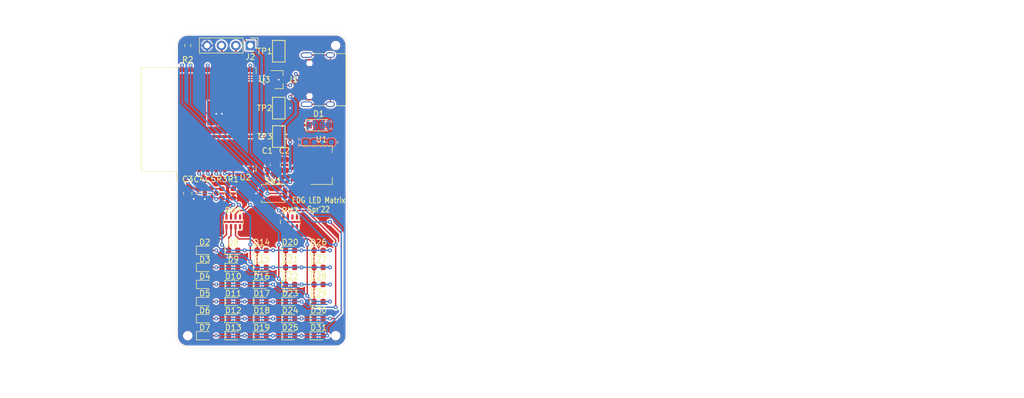
<source format=kicad_pcb>
(kicad_pcb (version 20171130) (host pcbnew "(5.1.12)-1")
  (layers (0 F.Cu signal) (31 B.Cu signal) (34 B.Paste user) (35 F.Paste user) (36 B.SilkS user) (37 F.SilkS user) (38 B.Mask user) (39 F.Mask user) (44 Edge.Cuts user))
  (net 0 "")
  (net 1 gnd)
  (net 2 v3v3)
  (net 3 vusb)
  (net 4 mcu.gpio.led_2)
  (net 5 mcu.gpio.sw1)
  (net 6 mcu.ic.uart0.rx)
  (net 7 mcu.gpio.led_3)
  (net 8 matrix_res1.b.1)
  (net 9 matrix_res1.a.0)
  (net 10 matrix_res1.a.2)
  (net 11 matrix_res1.a.1)
  (net 12 matrix_res2.a.1)
  (net 13 matrix_res2.a.0)
  (net 14 usb.usb.dp)
  (net 15 usb.shield)
  (net 16 mcu.gpio.led_4)
  (net 17 matrix.ios.5)
  (net 18 mcu.en_pull.output)
  (net 19 mcu.gpio.led_0)
  (net 20 mcu.io2_pull.io)
  (net 21 usb_esd.usb.dm)
  (net 22 mcu.uart0.uart.rx)
  (net 23 mcu.io8_pull.b)
  (net 24 matrix.ios.6)
  (module Capacitor_SMD:C_0603_1608Metric (layer F.Cu) (at 91 34 270)
    (fp_text reference C5 (at -2.5 0 180) (layer F.SilkS))
    (fp_text value C15849)
    (pad 1 smd roundrect (at -0.775 0 270) (size 0.9 0.95) (layers F.Cu F.Paste F.Mask) (net 18 mcu.en_pull.output))
    (pad 2 smd roundrect (at 0.775 0 270) (size 0.9 0.95) (layers F.Cu F.Paste F.Mask) (net 1 gnd))
  )
  (module Resistor_SMD:R_0603_1608Metric (layer F.Cu) (at 93 34 90)
    (fp_text reference R3 (at 2.5 0 180) (layer F.SilkS))
    (fp_text value C25804)
    (pad 1 smd roundrect (at -0.825 0 90) (size 0.8 0.95) (layers F.Cu F.Paste F.Mask) (net 2 v3v3))
    (pad 2 smd roundrect (at 0.825 0 90) (size 0.8 0.95) (layers F.Cu F.Paste F.Mask) (net 18 mcu.en_pull.output))
  )
  (module Resistor_SMD:R_0603_1608Metric (layer F.Cu) (at 87 8 270)
    (fp_text reference R2 (at 2.5 0 180) (layer F.SilkS))
    (fp_text value C25804)
    (pad 2 smd roundrect (at 0.825 0 270) (size 0.8 0.95) (layers F.Cu F.Paste F.Mask) (net 20 mcu.io2_pull.io))
    (pad 1 smd roundrect (at -0.825 0 270) (size 0.8 0.95) (layers F.Cu F.Paste F.Mask) (net 2 v3v3))
  )
  (module Resistor_SMD:R_0603_1608Metric (layer F.Cu) (at 95 34 90)
    (fp_text reference R1 (at 2.5 0 180) (layer F.SilkS))
    (fp_text value C25804)
    (pad 1 smd roundrect (at -0.825 0 90) (size 0.8 0.95) (layers F.Cu F.Paste F.Mask) (net 1 gnd))
    (pad 2 smd roundrect (at 0.825 0 90) (size 0.8 0.95) (layers F.Cu F.Paste F.Mask) (net 23 mcu.io8_pull.b))
  )
  (module Connector_PinHeader_2.54mm:PinHeader_1x04_P2.54mm_Vertical (layer F.Cu) (at 98 8 270)
    (fp_text reference J2 (at 2 0 180) (layer F.SilkS))
    (fp_text value "")
    (pad 1 thru_hole rect (at 0 0 270) (size 1.7 1.7) (drill 1) (layers *.Cu *.Mask) (net 2 v3v3))
    (pad 2 thru_hole oval (at 0 2.54 270) (size 1.7 1.7) (drill 1) (layers *.Cu *.Mask) (net 6 mcu.ic.uart0.rx))
    (pad 3 thru_hole oval (at 0 5.08 270) (size 1.7 1.7) (drill 1) (layers *.Cu *.Mask) (net 22 mcu.uart0.uart.rx))
    (pad 4 thru_hole oval (at 0 7.62 270) (size 1.7 1.7) (drill 1) (layers *.Cu *.Mask) (net 1 gnd))
  )
  (module Capacitor_SMD:C_0805_2012Metric (layer F.Cu) (at 87 34 270)
    (fp_text reference C3 (at -2.5 0 180) (layer F.SilkS))
    (fp_text value C15850)
    (pad 1 smd roundrect (at -0.95 0 270) (size 1 1.45) (layers F.Cu F.Paste F.Mask) (net 2 v3v3))
    (pad 2 smd roundrect (at 0.95 0 270) (size 1 1.45) (layers F.Cu F.Paste F.Mask) (net 1 gnd))
  )
  (module Capacitor_SMD:C_0603_1608Metric (layer F.Cu) (at 89 34 270)
    (fp_text reference C4 (at -2.5 0 180) (layer F.SilkS))
    (fp_text value C14663)
    (pad 2 smd roundrect (at 0.775 0 270) (size 0.9 0.95) (layers F.Cu F.Paste F.Mask) (net 1 gnd))
    (pad 1 smd roundrect (at -0.775 0 270) (size 0.9 0.95) (layers F.Cu F.Paste F.Mask) (net 2 v3v3))
  )
  (module Connector_USB:USB_C_Receptacle_XKB_U262-16XN-4BVC11 (layer F.Cu) (at 111 14 90)
    (fp_text reference J1 (at 0 -5.5 180) (layer F.SilkS))
    (fp_text value C165948)
    (pad S1 thru_hole oval (at -4.32 -3.105 90) (size 1 2.1) (drill oval 0.6 1.7) (layers *.Cu *.Mask) (net 15 usb.shield))
    (pad S1 thru_hole oval (at 4.32 -3.105 90) (size 1 2.1) (drill oval 0.6 1.7) (layers *.Cu *.Mask) (net 15 usb.shield))
    (pad S1 thru_hole oval (at -4.32 1.075 90) (size 1 1.6) (drill oval 0.6 1.2) (layers *.Cu *.Mask) (net 15 usb.shield))
    (pad S1 thru_hole oval (at 4.32 1.075 90) (size 1 1.6) (drill oval 0.6 1.2) (layers *.Cu *.Mask) (net 15 usb.shield))
    (pad "" np_thru_hole circle (at 2.89 -2.605 90) (size 0.65 0.65) (drill 0.65) (layers *.Cu *.Mask))
    (pad "" np_thru_hole circle (at -2.89 -2.605 90) (size 0.65 0.65) (drill 0.65) (layers *.Cu *.Mask))
    (pad B1 smd rect (at 3.05 -3.67 90) (size 0.3 1.15) (layers F.Cu F.Paste F.Mask) (net 1 gnd))
    (pad B4 smd rect (at 2.25 -3.67 90) (size 0.3 1.15) (layers F.Cu F.Paste F.Mask) (net 3 vusb))
    (pad B5 smd rect (at 1.75 -3.67 90) (size 0.3 1.15) (layers F.Cu F.Paste F.Mask))
    (pad A8 smd rect (at 1.25 -3.67 90) (size 0.3 1.15) (layers F.Cu F.Paste F.Mask))
    (pad B6 smd rect (at 0.75 -3.67 90) (size 0.3 1.15) (layers F.Cu F.Paste F.Mask) (net 14 usb.usb.dp))
    (pad A7 smd rect (at 0.25 -3.67 90) (size 0.3 1.15) (layers F.Cu F.Paste F.Mask) (net 21 usb_esd.usb.dm))
    (pad A6 smd rect (at -0.25 -3.67 90) (size 0.3 1.15) (layers F.Cu F.Paste F.Mask) (net 14 usb.usb.dp))
    (pad B7 smd rect (at -0.75 -3.67 90) (size 0.3 1.15) (layers F.Cu F.Paste F.Mask) (net 21 usb_esd.usb.dm))
    (pad A5 smd rect (at -1.25 -3.67 90) (size 0.3 1.15) (layers F.Cu F.Paste F.Mask))
    (pad B8 smd rect (at -1.75 -3.67 90) (size 0.3 1.15) (layers F.Cu F.Paste F.Mask))
    (pad A4 smd rect (at -2.55 -3.67 90) (size 0.3 1.15) (layers F.Cu F.Paste F.Mask) (net 3 vusb))
    (pad A1 smd rect (at -3.35 -3.67 90) (size 0.3 1.15) (layers F.Cu F.Paste F.Mask) (net 1 gnd))
    (pad B12 smd rect (at -3.05 -3.67 90) (size 0.3 1.15) (layers F.Cu F.Paste F.Mask) (net 1 gnd))
    (pad B9 smd rect (at -2.25 -3.67 90) (size 0.3 1.15) (layers F.Cu F.Paste F.Mask) (net 3 vusb))
    (pad A9 smd rect (at 2.55 -3.67 90) (size 0.3 1.15) (layers F.Cu F.Paste F.Mask) (net 3 vusb))
    (pad A12 smd rect (at 3.35 -3.67 90) (size 0.3 1.15) (layers F.Cu F.Paste F.Mask) (net 1 gnd))
  )
  (module RF_Module:ESP-WROOM-02 (layer F.Cu) (at 92 21 90)
    (fp_text reference U2 (at -10.17 5.13) (layer F.SilkS))
    (fp_text value C2934560)
    (pad 18 smd rect (at 8.7375 -6 90) (size 0.85 0.9125) (layers F.Cu F.Paste F.Mask) (net 5 mcu.gpio.sw1))
    (pad 17 smd rect (at 8.7375 -4.5 90) (size 0.85 0.9125) (layers F.Cu F.Paste F.Mask) (net 16 mcu.gpio.led_4))
    (pad 16 smd rect (at 8.7375 -3 90) (size 0.85 0.9125) (layers F.Cu F.Paste F.Mask) (net 20 mcu.io2_pull.io))
    (pad 15 smd rect (at 8.7375 -1.5 90) (size 0.85 0.9125) (layers F.Cu F.Paste F.Mask) (net 17 matrix.ios.5))
    (pad 14 smd rect (at 8.7375 0 90) (size 0.85 0.9125) (layers F.Cu F.Paste F.Mask) (net 14 usb.usb.dp))
    (pad 13 smd rect (at 8.7375 1.5 90) (size 0.85 0.9125) (layers F.Cu F.Paste F.Mask) (net 21 usb_esd.usb.dm))
    (pad 12 smd rect (at 8.7375 3 90) (size 0.85 0.9125) (layers F.Cu F.Paste F.Mask) (net 22 mcu.uart0.uart.rx))
    (pad 11 smd rect (at 8.7375 4.5 90) (size 0.85 0.9125) (layers F.Cu F.Paste F.Mask) (net 6 mcu.ic.uart0.rx))
    (pad 10 smd rect (at 8.7375 6 90) (size 0.85 0.9125) (layers F.Cu F.Paste F.Mask) (net 24 matrix.ios.6))
    (pad 9 smd rect (at -8.7375 6 90) (size 0.85 0.9125) (layers F.Cu F.Paste F.Mask) (net 1 gnd))
    (pad 8 smd rect (at -8.7375 4.5 90) (size 0.85 0.9125) (layers F.Cu F.Paste F.Mask))
    (pad 7 smd rect (at -8.7375 3 90) (size 0.85 0.9125) (layers F.Cu F.Paste F.Mask) (net 23 mcu.io8_pull.b))
    (pad 6 smd rect (at -8.7375 1.5 90) (size 0.85 0.9125) (layers F.Cu F.Paste F.Mask) (net 7 mcu.gpio.led_3))
    (pad 5 smd rect (at -8.7375 0 90) (size 0.85 0.9125) (layers F.Cu F.Paste F.Mask) (net 4 mcu.gpio.led_2))
    (pad 4 smd rect (at -8.7375 -1.5 90) (size 0.85 0.9125) (layers F.Cu F.Paste F.Mask) (net 8 matrix_res1.b.1))
    (pad 3 smd rect (at -8.7375 -3 90) (size 0.85 0.9125) (layers F.Cu F.Paste F.Mask) (net 19 mcu.gpio.led_0))
    (pad 2 smd rect (at -8.7375 -4.5 90) (size 0.85 0.9125) (layers F.Cu F.Paste F.Mask) (net 18 mcu.en_pull.output))
    (pad 1 smd rect (at -8.7375 -6 90) (size 0.85 0.9125) (layers F.Cu F.Paste F.Mask) (net 2 v3v3))
    (pad 19 smd rect (at 1.12 0.58 90) (size 4.3 4.3) (layers F.Cu F.Paste F.Mask) (net 1 gnd))
  )
  (module Diode_SMD:D_SOD-123 (layer F.Cu) (at 110 22)
    (fp_text reference D1 (at 0 -2) (layer F.SilkS))
    (fp_text value C499796)
    (pad 1 smd rect (at -1.65 0) (size 0.9 1.2) (layers F.Cu F.Paste F.Mask) (net 2 v3v3))
    (pad 2 smd rect (at 1.65 0) (size 0.9 1.2) (layers F.Cu F.Paste F.Mask) (net 1 gnd))
  )
  (module Package_TO_SOT_SMD:SOT-223-3_TabPin2 (layer F.Cu) (at 110.5 29)
    (fp_text reference U1 (at 0 -4.5) (layer F.SilkS))
    (fp_text value C86781)
    (pad 2 smd rect (at 3.15 0) (size 2 3.8) (layers F.Cu F.Paste F.Mask) (net 2 v3v3))
    (pad 2 smd rect (at -3.15 0) (size 2 1.5) (layers F.Cu F.Paste F.Mask) (net 2 v3v3))
    (pad 3 smd rect (at -3.15 2.3) (size 2 1.5) (layers F.Cu F.Paste F.Mask) (net 3 vusb))
    (pad 1 smd rect (at -3.15 -2.3) (size 2 1.5) (layers F.Cu F.Paste F.Mask) (net 1 gnd))
  )
  (module Capacitor_SMD:C_0603_1608Metric (layer F.Cu) (at 101 29 90)
    (fp_text reference C1 (at 2.5 0 180) (layer F.SilkS))
    (fp_text value C14663)
    (pad 1 smd roundrect (at -0.775 0 90) (size 0.9 0.95) (layers F.Cu F.Paste F.Mask) (net 3 vusb))
    (pad 2 smd roundrect (at 0.775 0 90) (size 0.9 0.95) (layers F.Cu F.Paste F.Mask) (net 1 gnd))
  )
  (module Capacitor_SMD:C_0805_2012Metric (layer F.Cu) (at 104 29 90)
    (fp_text reference C2 (at 2.5 0 180) (layer F.SilkS))
    (fp_text value C1779)
    (pad 1 smd roundrect (at -0.95 0 90) (size 1 1.45) (layers F.Cu F.Paste F.Mask) (net 2 v3v3))
    (pad 2 smd roundrect (at 0.95 0 90) (size 1 1.45) (layers F.Cu F.Paste F.Mask) (net 1 gnd))
  )
  (module TestPoint:TestPoint_Keystone_5015_Micro-Minature (layer F.Cu) (at 103 24 90)
    (fp_text reference TP3 (at 0 -2.5 180) (layer F.SilkS))
    (fp_text value C238130)
    (pad 1 smd rect (at 0 0 90) (size 3.4 1.8) (layers F.Cu F.Paste F.Mask) (net 2 v3v3))
  )
  (module LED_SMD:LED_0603_1608Metric (layer F.Cu) (at 90 44)
    (fp_text reference D2 (at 0 -1.43) (layer F.SilkS))
    (fp_text value C72038)
    (pad 1 smd roundrect (at -0.7875 0) (size 0.875 0.95) (layers F.Cu F.Paste F.Mask) (net 9 matrix_res1.a.0))
    (pad 2 smd roundrect (at 0.7875 0) (size 0.875 0.95) (layers F.Cu F.Paste F.Mask) (net 8 matrix_res1.b.1))
  )
  (module LED_SMD:LED_0603_1608Metric (layer F.Cu) (at 95 44)
    (fp_text reference D8 (at 0 -1.43) (layer F.SilkS))
    (fp_text value C72038)
    (pad 2 smd roundrect (at 0.7875 0) (size 0.875 0.95) (layers F.Cu F.Paste F.Mask) (net 19 mcu.gpio.led_0))
    (pad 1 smd roundrect (at -0.7875 0) (size 0.875 0.95) (layers F.Cu F.Paste F.Mask) (net 11 matrix_res1.a.1))
  )
  (module LED_SMD:LED_0603_1608Metric (layer F.Cu) (at 100 44)
    (fp_text reference D14 (at 0 -1.43) (layer F.SilkS))
    (fp_text value C72038)
    (pad 1 smd roundrect (at -0.7875 0) (size 0.875 0.95) (layers F.Cu F.Paste F.Mask) (net 10 matrix_res1.a.2))
    (pad 2 smd roundrect (at 0.7875 0) (size 0.875 0.95) (layers F.Cu F.Paste F.Mask) (net 19 mcu.gpio.led_0))
  )
  (module LED_SMD:LED_0603_1608Metric (layer F.Cu) (at 105 44)
    (fp_text reference D20 (at 0 -1.43) (layer F.SilkS))
    (fp_text value C72038)
    (pad 1 smd roundrect (at -0.7875 0) (size 0.875 0.95) (layers F.Cu F.Paste F.Mask) (net 13 matrix_res2.a.0))
    (pad 2 smd roundrect (at 0.7875 0) (size 0.875 0.95) (layers F.Cu F.Paste F.Mask) (net 19 mcu.gpio.led_0))
  )
  (module LED_SMD:LED_0603_1608Metric (layer F.Cu) (at 110 44)
    (fp_text reference D26 (at 0 -1.43) (layer F.SilkS))
    (fp_text value C72038)
    (pad 2 smd roundrect (at 0.7875 0) (size 0.875 0.95) (layers F.Cu F.Paste F.Mask) (net 19 mcu.gpio.led_0))
    (pad 1 smd roundrect (at -0.7875 0) (size 0.875 0.95) (layers F.Cu F.Paste F.Mask) (net 12 matrix_res2.a.1))
  )
  (module LED_SMD:LED_0603_1608Metric (layer F.Cu) (at 90 47)
    (fp_text reference D3 (at 0 -1.43) (layer F.SilkS))
    (fp_text value C72038)
    (pad 2 smd roundrect (at 0.7875 0) (size 0.875 0.95) (layers F.Cu F.Paste F.Mask) (net 4 mcu.gpio.led_2))
    (pad 1 smd roundrect (at -0.7875 0) (size 0.875 0.95) (layers F.Cu F.Paste F.Mask) (net 9 matrix_res1.a.0))
  )
  (module LED_SMD:LED_0603_1608Metric (layer F.Cu) (at 95 47)
    (fp_text reference D9 (at 0 -1.43) (layer F.SilkS))
    (fp_text value C72038)
    (pad 1 smd roundrect (at -0.7875 0) (size 0.875 0.95) (layers F.Cu F.Paste F.Mask) (net 11 matrix_res1.a.1))
    (pad 2 smd roundrect (at 0.7875 0) (size 0.875 0.95) (layers F.Cu F.Paste F.Mask) (net 4 mcu.gpio.led_2))
  )
  (module LED_SMD:LED_0603_1608Metric (layer F.Cu) (at 100 47)
    (fp_text reference D15 (at 0 -1.43) (layer F.SilkS))
    (fp_text value C72038)
    (pad 1 smd roundrect (at -0.7875 0) (size 0.875 0.95) (layers F.Cu F.Paste F.Mask) (net 10 matrix_res1.a.2))
    (pad 2 smd roundrect (at 0.7875 0) (size 0.875 0.95) (layers F.Cu F.Paste F.Mask) (net 8 matrix_res1.b.1))
  )
  (module LED_SMD:LED_0603_1608Metric (layer F.Cu) (at 105 47)
    (fp_text reference D21 (at 0 -1.43) (layer F.SilkS))
    (fp_text value C72038)
    (pad 2 smd roundrect (at 0.7875 0) (size 0.875 0.95) (layers F.Cu F.Paste F.Mask) (net 8 matrix_res1.b.1))
    (pad 1 smd roundrect (at -0.7875 0) (size 0.875 0.95) (layers F.Cu F.Paste F.Mask) (net 13 matrix_res2.a.0))
  )
  (module LED_SMD:LED_0603_1608Metric (layer F.Cu) (at 110 47)
    (fp_text reference D27 (at 0 -1.43) (layer F.SilkS))
    (fp_text value C72038)
    (pad 1 smd roundrect (at -0.7875 0) (size 0.875 0.95) (layers F.Cu F.Paste F.Mask) (net 12 matrix_res2.a.1))
    (pad 2 smd roundrect (at 0.7875 0) (size 0.875 0.95) (layers F.Cu F.Paste F.Mask) (net 8 matrix_res1.b.1))
  )
  (module LED_SMD:LED_0603_1608Metric (layer F.Cu) (at 90 50)
    (fp_text reference D4 (at 0 -1.43) (layer F.SilkS))
    (fp_text value C72038)
    (pad 1 smd roundrect (at -0.7875 0) (size 0.875 0.95) (layers F.Cu F.Paste F.Mask) (net 9 matrix_res1.a.0))
    (pad 2 smd roundrect (at 0.7875 0) (size 0.875 0.95) (layers F.Cu F.Paste F.Mask) (net 7 mcu.gpio.led_3))
  )
  (module LED_SMD:LED_0603_1608Metric (layer F.Cu) (at 95 50)
    (fp_text reference D10 (at 0 -1.43) (layer F.SilkS))
    (fp_text value C72038)
    (pad 2 smd roundrect (at 0.7875 0) (size 0.875 0.95) (layers F.Cu F.Paste F.Mask) (net 7 mcu.gpio.led_3))
    (pad 1 smd roundrect (at -0.7875 0) (size 0.875 0.95) (layers F.Cu F.Paste F.Mask) (net 11 matrix_res1.a.1))
  )
  (module LED_SMD:LED_0603_1608Metric (layer F.Cu) (at 100 50)
    (fp_text reference D16 (at 0 -1.43) (layer F.SilkS))
    (fp_text value C72038)
    (pad 2 smd roundrect (at 0.7875 0) (size 0.875 0.95) (layers F.Cu F.Paste F.Mask) (net 7 mcu.gpio.led_3))
    (pad 1 smd roundrect (at -0.7875 0) (size 0.875 0.95) (layers F.Cu F.Paste F.Mask) (net 10 matrix_res1.a.2))
  )
  (module LED_SMD:LED_0603_1608Metric (layer F.Cu) (at 105 50)
    (fp_text reference D22 (at 0 -1.43) (layer F.SilkS))
    (fp_text value C72038)
    (pad 2 smd roundrect (at 0.7875 0) (size 0.875 0.95) (layers F.Cu F.Paste F.Mask) (net 4 mcu.gpio.led_2))
    (pad 1 smd roundrect (at -0.7875 0) (size 0.875 0.95) (layers F.Cu F.Paste F.Mask) (net 13 matrix_res2.a.0))
  )
  (module LED_SMD:LED_0603_1608Metric (layer F.Cu) (at 110 50)
    (fp_text reference D28 (at 0 -1.43) (layer F.SilkS))
    (fp_text value C72038)
    (pad 2 smd roundrect (at 0.7875 0) (size 0.875 0.95) (layers F.Cu F.Paste F.Mask) (net 4 mcu.gpio.led_2))
    (pad 1 smd roundrect (at -0.7875 0) (size 0.875 0.95) (layers F.Cu F.Paste F.Mask) (net 12 matrix_res2.a.1))
  )
  (module LED_SMD:LED_0603_1608Metric (layer F.Cu) (at 90 53)
    (fp_text reference D5 (at 0 -1.43) (layer F.SilkS))
    (fp_text value C72038)
    (pad 2 smd roundrect (at 0.7875 0) (size 0.875 0.95) (layers F.Cu F.Paste F.Mask) (net 16 mcu.gpio.led_4))
    (pad 1 smd roundrect (at -0.7875 0) (size 0.875 0.95) (layers F.Cu F.Paste F.Mask) (net 9 matrix_res1.a.0))
  )
  (module LED_SMD:LED_0603_1608Metric (layer F.Cu) (at 95 53)
    (fp_text reference D11 (at 0 -1.43) (layer F.SilkS))
    (fp_text value C72038)
    (pad 1 smd roundrect (at -0.7875 0) (size 0.875 0.95) (layers F.Cu F.Paste F.Mask) (net 11 matrix_res1.a.1))
    (pad 2 smd roundrect (at 0.7875 0) (size 0.875 0.95) (layers F.Cu F.Paste F.Mask) (net 16 mcu.gpio.led_4))
  )
  (module LED_SMD:LED_0603_1608Metric (layer F.Cu) (at 100 53)
    (fp_text reference D17 (at 0 -1.43) (layer F.SilkS))
    (fp_text value C72038)
    (pad 2 smd roundrect (at 0.7875 0) (size 0.875 0.95) (layers F.Cu F.Paste F.Mask) (net 16 mcu.gpio.led_4))
    (pad 1 smd roundrect (at -0.7875 0) (size 0.875 0.95) (layers F.Cu F.Paste F.Mask) (net 10 matrix_res1.a.2))
  )
  (module LED_SMD:LED_0603_1608Metric (layer F.Cu) (at 105 53)
    (fp_text reference D23 (at 0 -1.43) (layer F.SilkS))
    (fp_text value C72038)
    (pad 1 smd roundrect (at -0.7875 0) (size 0.875 0.95) (layers F.Cu F.Paste F.Mask) (net 13 matrix_res2.a.0))
    (pad 2 smd roundrect (at 0.7875 0) (size 0.875 0.95) (layers F.Cu F.Paste F.Mask) (net 16 mcu.gpio.led_4))
  )
  (module LED_SMD:LED_0603_1608Metric (layer F.Cu) (at 110 53)
    (fp_text reference D29 (at 0 -1.43) (layer F.SilkS))
    (fp_text value C72038)
    (pad 1 smd roundrect (at -0.7875 0) (size 0.875 0.95) (layers F.Cu F.Paste F.Mask) (net 12 matrix_res2.a.1))
    (pad 2 smd roundrect (at 0.7875 0) (size 0.875 0.95) (layers F.Cu F.Paste F.Mask) (net 7 mcu.gpio.led_3))
  )
  (module edg:Symbol_Duckling (layer F.Cu) (at 89 39)
    (fp_text reference U4 hide)
    (fp_text value "" hide)
    (fp_line (start -0.51095 1.424715) (end -0.201673 1.39873) (layer F.Cu) (width 0.2))
    (fp_line (start -1.072198 1.25) (end -0.807277 1.374087) (layer F.Cu) (width 0.2))
    (fp_line (start -0.201673 1.39873) (end 0.101295 1.297751) (layer F.Cu) (width 0.2))
    (fp_line (start 0.101295 1.297751) (end 0.379085 1.128065) (layer F.Cu) (width 0.2))
    (fp_line (start -0.807277 1.374087) (end -0.51095 1.424715) (layer F.Cu) (width 0.2))
    (fp_line (start 0.379085 1.128065) (end 0.614398 0.900241) (layer F.Cu) (width 0.2))
    (fp_line (start 0.614398 0.900241) (end 0.792579 0.628467) (layer F.Cu) (width 0.2))
    (fp_line (start 0.937407 0.022451) (end 0.895035 -0.27405) (layer F.Cu) (width 0.2))
    (fp_line (start 0.895035 -0.27405) (end 0.778054 -0.54137) (layer F.Cu) (width 0.2))
    (fp_line (start 0.778054 -0.54137) (end 0.59375 -0.762861) (layer F.Cu) (width 0.2))
    (fp_line (start 0.792579 0.628467) (end 0.902531 0.329667) (layer F.Cu) (width 0.2))
    (fp_circle (center 0.3125 -1.25) (end 0.875 -1.25) (layer F.Cu) (width 0.2))
    (fp_line (start 0.902531 0.329667) (end 0.937407 0.022451) (layer F.Cu) (width 0.2))
    (fp_line (start -0.150743 1.768905) (end -0.2 1.39571) (layer F.Cu) (width 0.2))
    (fp_circle (center 0 0) (end 2.5 0) (layer F.Cu) (width 0.2))
    (fp_line (start 0.382558 1.56145) (end 0.273702 1.202597) (layer F.Cu) (width 0.2))
    (fp_line (start -0.2 1.39571) (end -0.212004 1.146914) (layer F.Cu) (width 0.2))
    (fp_arc (start 0.255376 2.580879) (end 0.286757 1.643905) (angle -31.9) (layer F.Cu) (width 0.16))
    (fp_arc (start 0.255376 0.95693) (end -0.213243 1.768905) (angle -31.9) (layer F.Cu) (width 0.16))
    (fp_arc (start -1.045869 -1.397143) (end -0.303506 -0.391461) (angle -23.07391807) (layer F.Cu) (width 0.2))
    (fp_arc (start 0.820058 1.49895) (end 0.820058 1.43645) (angle -180) (layer F.Cu) (width 0.16))
    (fp_arc (start 0.820058 1.62395) (end 0.820058 1.56145) (angle -180) (layer F.Cu) (width 0.16))
    (fp_arc (start 0.438855 0.614222) (end -0.303506 -0.391461) (angle -50.50954913) (layer F.Cu) (width 0.2))
    (fp_arc (start -2.057586 0.480902) (end -1.072198 1.25) (angle -34.91520625) (layer F.Cu) (width 0.2))
    (fp_arc (start 1.417814 -1.468658) (end 0.869178 -1.169286) (angle -38.9) (layer F.Cu) (width 0.16))
    (fp_arc (start 0.666915 0.805586) (end -0.013396 -0.243068) (angle -64) (layer F.Cu) (width 0.16))
    (fp_arc (start 0.5 -1.375) (end 0.62074 -1.407352) (angle -150) (layer F.Cu) (width 0.16))
    (fp_arc (start 0.286757 1.831405) (end 0.286757 1.768905) (angle -180) (layer F.Cu) (width 0.16))
    (fp_arc (start 1.002382 -1.490866) (end 0.763205 -0.913443) (angle -38.9) (layer F.Cu) (width 0.16))
    (fp_arc (start 0.286757 1.706405) (end 0.286757 1.643905) (angle -180) (layer F.Cu) (width 0.16))
    (fp_arc (start -0.639602 -0.290712) (end -0.573812 0.957555) (angle -73.5) (layer F.Cu) (width 0.16))
    (fp_arc (start 0.788677 0.749475) (end 0.320058 1.56145) (angle -31.9) (layer F.Cu) (width 0.16))
    (fp_arc (start 0 0) (end 1.093749 1.89443) (angle -300) (layer F.Cu) (width 0.2))
    (fp_arc (start 0.788677 2.373424) (end 0.820058 1.43645) (angle -31.9) (layer F.Cu) (width 0.16))
  )
  (module edg:Indicator_IdDots_4 (layer B.Cu) (at 110 25)
    (fp_text reference 2 hide)
    (fp_text value "")
    (fp_circle (center -2.25 0) (end -2 0) (layer B.Cu) (width 0.5))
    (fp_circle (center -0.75 0) (end -0.5 0) (layer B.Cu) (width 0.5))
    (fp_circle (center 0.75 0) (end 1 0) (layer B.Cu) (width 0.5))
    (fp_circle (center 2.25 0) (end 2.5 0) (layer B.Cu) (width 0.5))
  )
  (module edg:JlcToolingHole_1.152mm (layer F.Cu) (at 113 8)
    (fp_text reference H1 hide)
    (fp_text value "")
    (pad "" np_thru_hole circle (at 0 0) (size 1.152 1.152) (drill 1.152) (layers *.Cu *.Mask))
  )
  (module edg:JlcToolingHole_1.152mm (layer F.Cu) (at 87 59)
    (fp_text reference H2 hide)
    (fp_text value "")
    (pad "" np_thru_hole circle (at 0 0) (size 1.152 1.152) (drill 1.152) (layers *.Cu *.Mask))
  )
  (module edg:JlcToolingHole_1.152mm (layer F.Cu) (at 113 59)
    (fp_text reference H3 hide)
    (fp_text value "")
    (pad "" np_thru_hole circle (at 0 0) (size 1.152 1.152) (drill 1.152) (layers *.Cu *.Mask))
  )
  (module edg:Indicator_LeadFree (layer B.Cu) (at 110 22)
    (fp_text reference 1 hide)
    (fp_text value "" hide)
    (fp_line (start 0.6 -0.7) (end 1.9 0.7) (layer B.Cu) (width 0.2))
    (fp_circle (center -1.25 0) (end -0.25 0) (layer B.Cu) (width 0.2))
    (fp_circle (center 1.25 0) (end 2.25 0) (layer B.Cu) (width 0.2))
    (fp_line (start -2.05 0.55) (end -1.8 0.55) (layer B.Cu) (width 0.2))
    (fp_line (start -0.8 -0.45) (end -0.4 -0.45) (layer B.Cu) (width 0.2))
    (fp_text user Pb (at 1.25 0) (layer B.Cu) (effects (font (size 1 0.8) (thickness 0.2)) (justify mirror)))
    (fp_text user Pb (at -1.25 0) (layer B.Cu) (effects (font (size 1 0.8) (thickness 0.2)) (justify mirror)))
  )
  (module TestPoint:TestPoint_Keystone_5015_Micro-Minature (layer F.Cu) (at 103 19 90)
    (fp_text reference TP2 (at 0 -2.5 180) (layer F.SilkS))
    (fp_text value C238130)
    (pad 1 smd rect (at 0 0 90) (size 3.4 1.8) (layers F.Cu F.Paste F.Mask) (net 1 gnd))
  )
  (module TestPoint:TestPoint_Keystone_5015_Micro-Minature (layer F.Cu) (at 103 9 90)
    (fp_text reference TP1 (at 0 -2.5 180) (layer F.SilkS))
    (fp_text value C238130)
    (pad 1 smd rect (at 0 0 90) (size 3.4 1.8) (layers F.Cu F.Paste F.Mask) (net 3 vusb))
  )
  (module Button_Switch_SMD:SW_Push_SPST_NO_Alps_SKRK (layer F.Cu) (at 102 34)
    (fp_text reference SW1 (at 0 -2.25) (layer F.SilkS))
    (fp_text value "")
    (pad 2 smd roundrect (at 2.1 0) (size 0.8 2) (layers F.Cu F.Paste F.Mask) (net 5 mcu.gpio.sw1))
    (pad 1 smd roundrect (at -2.1 0) (size 0.8 2) (layers F.Cu F.Paste F.Mask) (net 1 gnd))
  )
  (module Package_TO_SOT_SMD:SOT-23 (layer F.Cu) (at 103 14)
    (fp_text reference U3 (at -2.5 0) (layer F.SilkS))
    (fp_text value C87911)
    (pad 1 smd rect (at -1 -0.95) (size 0.9 0.8) (layers F.Cu F.Paste F.Mask) (net 21 usb_esd.usb.dm))
    (pad 2 smd rect (at -1 0.95) (size 0.9 0.8) (layers F.Cu F.Paste F.Mask) (net 14 usb.usb.dp))
    (pad 3 smd rect (at 1 0) (size 0.9 0.8) (layers F.Cu F.Paste F.Mask) (net 1 gnd))
  )
  (module LED_SMD:LED_0603_1608Metric (layer F.Cu) (at 90 56)
    (fp_text reference D6 (at 0 -1.43) (layer F.SilkS))
    (fp_text value C72038)
    (pad 2 smd roundrect (at 0.7875 0) (size 0.875 0.95) (layers F.Cu F.Paste F.Mask) (net 17 matrix.ios.5))
    (pad 1 smd roundrect (at -0.7875 0) (size 0.875 0.95) (layers F.Cu F.Paste F.Mask) (net 9 matrix_res1.a.0))
  )
  (module LED_SMD:LED_0603_1608Metric (layer F.Cu) (at 95 56)
    (fp_text reference D12 (at 0 -1.43) (layer F.SilkS))
    (fp_text value C72038)
    (pad 1 smd roundrect (at -0.7875 0) (size 0.875 0.95) (layers F.Cu F.Paste F.Mask) (net 11 matrix_res1.a.1))
    (pad 2 smd roundrect (at 0.7875 0) (size 0.875 0.95) (layers F.Cu F.Paste F.Mask) (net 17 matrix.ios.5))
  )
  (module LED_SMD:LED_0603_1608Metric (layer F.Cu) (at 100 56)
    (fp_text reference D18 (at 0 -1.43) (layer F.SilkS))
    (fp_text value C72038)
    (pad 2 smd roundrect (at 0.7875 0) (size 0.875 0.95) (layers F.Cu F.Paste F.Mask) (net 17 matrix.ios.5))
    (pad 1 smd roundrect (at -0.7875 0) (size 0.875 0.95) (layers F.Cu F.Paste F.Mask) (net 10 matrix_res1.a.2))
  )
  (module LED_SMD:LED_0603_1608Metric (layer F.Cu) (at 105 56)
    (fp_text reference D24 (at 0 -1.43) (layer F.SilkS))
    (fp_text value C72038)
    (pad 1 smd roundrect (at -0.7875 0) (size 0.875 0.95) (layers F.Cu F.Paste F.Mask) (net 13 matrix_res2.a.0))
    (pad 2 smd roundrect (at 0.7875 0) (size 0.875 0.95) (layers F.Cu F.Paste F.Mask) (net 17 matrix.ios.5))
  )
  (module LED_SMD:LED_0603_1608Metric (layer F.Cu) (at 110 56)
    (fp_text reference D30 (at 0 -1.43) (layer F.SilkS))
    (fp_text value C72038)
    (pad 1 smd roundrect (at -0.7875 0) (size 0.875 0.95) (layers F.Cu F.Paste F.Mask) (net 12 matrix_res2.a.1))
    (pad 2 smd roundrect (at 0.7875 0) (size 0.875 0.95) (layers F.Cu F.Paste F.Mask) (net 17 matrix.ios.5))
  )
  (module LED_SMD:LED_0603_1608Metric (layer F.Cu) (at 90 59)
    (fp_text reference D7 (at 0 -1.43) (layer F.SilkS))
    (fp_text value C72038)
    (pad 1 smd roundrect (at -0.7875 0) (size 0.875 0.95) (layers F.Cu F.Paste F.Mask) (net 9 matrix_res1.a.0))
    (pad 2 smd roundrect (at 0.7875 0) (size 0.875 0.95) (layers F.Cu F.Paste F.Mask) (net 24 matrix.ios.6))
  )
  (module LED_SMD:LED_0603_1608Metric (layer F.Cu) (at 95 59)
    (fp_text reference D13 (at 0 -1.43) (layer F.SilkS))
    (fp_text value C72038)
    (pad 2 smd roundrect (at 0.7875 0) (size 0.875 0.95) (layers F.Cu F.Paste F.Mask) (net 24 matrix.ios.6))
    (pad 1 smd roundrect (at -0.7875 0) (size 0.875 0.95) (layers F.Cu F.Paste F.Mask) (net 11 matrix_res1.a.1))
  )
  (module LED_SMD:LED_0603_1608Metric (layer F.Cu) (at 100 59)
    (fp_text reference D19 (at 0 -1.43) (layer F.SilkS))
    (fp_text value C72038)
    (pad 1 smd roundrect (at -0.7875 0) (size 0.875 0.95) (layers F.Cu F.Paste F.Mask) (net 10 matrix_res1.a.2))
    (pad 2 smd roundrect (at 0.7875 0) (size 0.875 0.95) (layers F.Cu F.Paste F.Mask) (net 24 matrix.ios.6))
  )
  (module LED_SMD:LED_0603_1608Metric (layer F.Cu) (at 105 59)
    (fp_text reference D25 (at 0 -1.43) (layer F.SilkS))
    (fp_text value C72038)
    (pad 2 smd roundrect (at 0.7875 0) (size 0.875 0.95) (layers F.Cu F.Paste F.Mask) (net 24 matrix.ios.6))
    (pad 1 smd roundrect (at -0.7875 0) (size 0.875 0.95) (layers F.Cu F.Paste F.Mask) (net 13 matrix_res2.a.0))
  )
  (module LED_SMD:LED_0603_1608Metric (layer F.Cu) (at 110 59)
    (fp_text reference D31 (at 0 -1.43) (layer F.SilkS))
    (fp_text value C72038)
    (pad 2 smd roundrect (at 0.7875 0) (size 0.875 0.95) (layers F.Cu F.Paste F.Mask) (net 24 matrix.ios.6))
    (pad 1 smd roundrect (at -0.7875 0) (size 0.875 0.95) (layers F.Cu F.Paste F.Mask) (net 12 matrix_res2.a.1))
  )
  (module Resistor_SMD:R_Array_Concave_4x0603 (layer F.Cu) (at 95 39 90)
    (fp_text reference RN1 (at 2 0 180) (layer F.SilkS))
    (fp_text value C425057)
    (pad 5 smd rect (at 0.85 1.2 90) (size 0.9 0.4) (layers F.Cu F.Paste F.Mask))
    (pad 6 smd rect (at 0.85 0.4 90) (size 0.9 0.4) (layers F.Cu F.Paste F.Mask) (net 4 mcu.gpio.led_2))
    (pad 7 smd rect (at 0.85 -0.4 90) (size 0.9 0.4) (layers F.Cu F.Paste F.Mask) (net 8 matrix_res1.b.1))
    (pad 8 smd rect (at 0.85 -1.2 90) (size 0.9 0.4) (layers F.Cu F.Paste F.Mask) (net 19 mcu.gpio.led_0))
    (pad 4 smd rect (at -0.85 1.2 90) (size 0.9 0.4) (layers F.Cu F.Paste F.Mask))
    (pad 1 smd rect (at -0.85 -1.2 90) (size 0.9 0.4) (layers F.Cu F.Paste F.Mask) (net 9 matrix_res1.a.0))
    (pad 3 smd rect (at -0.85 0.4 90) (size 0.9 0.4) (layers F.Cu F.Paste F.Mask) (net 10 matrix_res1.a.2))
    (pad 2 smd rect (at -0.85 -0.4 90) (size 0.9 0.4) (layers F.Cu F.Paste F.Mask) (net 11 matrix_res1.a.1))
  )
  (module Resistor_SMD:R_Array_Concave_4x0603 (layer F.Cu) (at 105 39 90)
    (fp_text reference RN2 (at 2 0 180) (layer F.SilkS))
    (fp_text value C425057)
    (pad 2 smd rect (at -0.85 -0.4 90) (size 0.9 0.4) (layers F.Cu F.Paste F.Mask) (net 12 matrix_res2.a.1))
    (pad 3 smd rect (at -0.85 0.4 90) (size 0.9 0.4) (layers F.Cu F.Paste F.Mask))
    (pad 1 smd rect (at -0.85 -1.2 90) (size 0.9 0.4) (layers F.Cu F.Paste F.Mask) (net 13 matrix_res2.a.0))
    (pad 4 smd rect (at -0.85 1.2 90) (size 0.9 0.4) (layers F.Cu F.Paste F.Mask))
    (pad 8 smd rect (at 0.85 -1.2 90) (size 0.9 0.4) (layers F.Cu F.Paste F.Mask) (net 7 mcu.gpio.led_3))
    (pad 7 smd rect (at 0.85 -0.4 90) (size 0.9 0.4) (layers F.Cu F.Paste F.Mask) (net 16 mcu.gpio.led_4))
    (pad 6 smd rect (at 0.85 0.4 90) (size 0.9 0.4) (layers F.Cu F.Paste F.Mask))
    (pad 5 smd rect (at 0.85 1.2 90) (size 0.9 0.4) (layers F.Cu F.Paste F.Mask))
  )
  (gr_text "EDG LED Matrix\nSpr'22" (at 110 36) (layer F.SilkS) (effects (font (size 1 0.8))))
  (gr_arc (start 87 59) (end 85 59) (angle -90) (layer Edge.Cuts) (width 0.05))
  (gr_arc (start 87 8) (end 87 6) (angle -90) (layer Edge.Cuts) (width 0.05))
  (gr_arc (start 113 8) (end 115 8) (angle -90) (layer Edge.Cuts) (width 0.05))
  (gr_arc (start 113 59) (end 113 61) (angle -90) (layer Edge.Cuts) (width 0.05))
  (gr_line (start 113 61) (end 87 61) (layer Edge.Cuts) (width 0.05))
  (gr_line (start 87 6) (end 113 6) (layer Edge.Cuts) (width 0.05))
  (gr_line (start 115 59) (end 115 8) (layer Edge.Cuts) (width 0.05))
  (gr_line (start 85 8) (end 85 59) (layer Edge.Cuts) (width 0.05))
  (segment (start 89 34.775) (end 88.225 34.775) (width 0.5) (layer F.Cu) (net 1))
  (segment (start 88.225 34.775) (end 88.05 34.95) (width 0.5) (layer F.Cu) (net 1))
  (via (at 99 34) (size 0.7) (drill 0.3) (layers F.Cu B.Cu) (net 1))
  (segment (start 99.9 34) (end 99 34) (width 0.25) (layer F.Cu) (net 1))
  (via (at 98 31) (size 0.7) (drill 0.3) (layers F.Cu B.Cu) (net 1))
  (segment (start 98 29.7375) (end 98 31) (width 0.25) (layer F.Cu) (net 1))
  (segment (start 107.6178 10.65) (end 107.767801 10.499999) (width 0.25) (layer F.Cu) (net 1))
  (segment (start 107.767801 10.499999) (end 109.499999 10.499999) (width 0.25) (layer F.Cu) (net 1))
  (segment (start 107.33 10.65) (end 107.6178 10.65) (width 0.25) (layer F.Cu) (net 1))
  (segment (start 109.499999 10.499999) (end 110 11) (width 0.25) (layer F.Cu) (net 1))
  (segment (start 107.80279 17.53499) (end 109.46501 17.53499) (width 0.25) (layer F.Cu) (net 1))
  (segment (start 107.6178 17.35) (end 107.80279 17.53499) (width 0.25) (layer F.Cu) (net 1))
  (segment (start 107.33 17.35) (end 107.6178 17.35) (width 0.25) (layer F.Cu) (net 1))
  (segment (start 110 17) (end 110 11) (width 0.25) (layer F.Cu) (net 1))
  (segment (start 109.46501 17.53499) (end 110 17) (width 0.25) (layer F.Cu) (net 1))
  (via (at 92 20) (size 0.7) (drill 0.3) (layers F.Cu B.Cu) (net 1))
  (segment (start 92.12 19.88) (end 92 20) (width 0.25) (layer F.Cu) (net 1))
  (segment (start 92.58 19.88) (end 92.12 19.88) (width 0.25) (layer F.Cu) (net 1))
  (via (at 93 20) (size 0.7) (drill 0.3) (layers F.Cu B.Cu) (net 1))
  (segment (start 92.88 19.88) (end 93 20) (width 0.25) (layer F.Cu) (net 1))
  (segment (start 92.58 19.88) (end 92.88 19.88) (width 0.25) (layer F.Cu) (net 1))
  (segment (start 107.33 17.05) (end 107.33 17.35) (width 0.2) (layer F.Cu) (net 1))
  (segment (start 107.33 10.95) (end 107.33 10.65) (width 0.2) (layer F.Cu) (net 1))
  (via (at 103 14) (size 0.7) (drill 0.3) (layers F.Cu B.Cu) (net 1))
  (segment (start 104 14) (end 103 14) (width 0.5) (layer F.Cu) (net 1))
  (segment (start 114 22) (end 111.65 22) (width 0.5) (layer F.Cu) (net 1))
  (segment (start 114 24) (end 114 22) (width 0.5) (layer F.Cu) (net 1))
  (segment (start 111.3 26.7) (end 114 24) (width 0.5) (layer F.Cu) (net 1))
  (segment (start 107.35 26.7) (end 111.3 26.7) (width 0.5) (layer F.Cu) (net 1))
  (segment (start 114 22) (end 114 21) (width 0.5) (layer F.Cu) (net 1))
  (segment (start 114 21) (end 113 20) (width 0.5) (layer F.Cu) (net 1))
  (segment (start 113 20) (end 106 20) (width 0.5) (layer F.Cu) (net 1))
  (segment (start 105 19) (end 103 19) (width 0.5) (layer F.Cu) (net 1))
  (segment (start 106 20) (end 105 19) (width 0.5) (layer F.Cu) (net 1))
  (via (at 105 19) (size 0.7) (drill 0.3) (layers F.Cu B.Cu) (net 1))
  (segment (start 103 17) (end 103 14) (width 0.5) (layer B.Cu) (net 1))
  (segment (start 105 19) (end 103 17) (width 0.5) (layer B.Cu) (net 1))
  (segment (start 104 28.05) (end 104.95 28.05) (width 0.5) (layer F.Cu) (net 1))
  (segment (start 106.3 26.7) (end 107.35 26.7) (width 0.5) (layer F.Cu) (net 1))
  (segment (start 104.95 28.05) (end 106.3 26.7) (width 0.5) (layer F.Cu) (net 1))
  (segment (start 102.55 28.05) (end 104 28.05) (width 0.5) (layer F.Cu) (net 1))
  (segment (start 102.375 28.225) (end 102.55 28.05) (width 0.5) (layer F.Cu) (net 1))
  (segment (start 101 28.225) (end 102.375 28.225) (width 0.5) (layer F.Cu) (net 1))
  (segment (start 106.65 17.35) (end 105 19) (width 0.25) (layer F.Cu) (net 1))
  (segment (start 107.33 17.35) (end 106.65 17.35) (width 0.25) (layer F.Cu) (net 1))
  (via (at 90 35) (size 0.7) (drill 0.3) (layers F.Cu B.Cu) (net 1))
  (segment (start 91 34.775) (end 90.775 35) (width 0.25) (layer F.Cu) (net 1))
  (segment (start 90 35) (end 90.225 34.775) (width 0.25) (layer F.Cu) (net 1))
  (segment (start 90.225 34.775) (end 91 34.775) (width 0.25) (layer F.Cu) (net 1))
  (segment (start 89 34.775) (end 90.225 34.775) (width 0.25) (layer F.Cu) (net 1))
  (via (at 88.05 34.95) (size 0.7) (drill 0.3) (layers F.Cu B.Cu) (net 1))
  (segment (start 88.05 34.95) (end 87 34.95) (width 0.5) (layer F.Cu) (net 1))
  (segment (start 88.05 34.95) (end 88.05 35.55) (width 0.25) (layer F.Cu) (net 1))
  (segment (start 88.05 35.55) (end 88.5 36) (width 0.25) (layer F.Cu) (net 1))
  (segment (start 95 34.825) (end 94.175 34.825) (width 0.25) (layer F.Cu) (net 1))
  (segment (start 94.175 34.825) (end 94 35) (width 0.25) (layer F.Cu) (net 1))
  (segment (start 94 35.5) (end 93.5 36) (width 0.25) (layer F.Cu) (net 1))
  (segment (start 94 35) (end 94 35.5) (width 0.25) (layer F.Cu) (net 1))
  (segment (start 88.5 36) (end 93.5 36) (width 0.25) (layer F.Cu) (net 1))
  (segment (start 87 32) (end 87 33.05) (width 0.5) (layer F.Cu) (net 2))
  (segment (start 86 31) (end 87 32) (width 0.5) (layer F.Cu) (net 2))
  (segment (start 89 33.225) (end 88.225 33.225) (width 0.5) (layer F.Cu) (net 2))
  (segment (start 88.05 33.05) (end 87 33.05) (width 0.5) (layer F.Cu) (net 2))
  (segment (start 88.225 33.225) (end 88.05 33.05) (width 0.5) (layer F.Cu) (net 2))
  (segment (start 114.15 29) (end 107.85 29) (width 0.5) (layer F.Cu) (net 2))
  (segment (start 87 7.175) (end 88.325 7.175) (width 0.2) (layer F.Cu) (net 2))
  (segment (start 88.325 7.175) (end 89 6.5) (width 0.2) (layer F.Cu) (net 2))
  (segment (start 96.5 6.5) (end 98 8) (width 0.2) (layer F.Cu) (net 2))
  (segment (start 89 6.5) (end 96.5 6.5) (width 0.2) (layer F.Cu) (net 2))
  (segment (start 103 24) (end 105 24) (width 0.5) (layer F.Cu) (net 2))
  (segment (start 107 22) (end 108.35 22) (width 0.5) (layer F.Cu) (net 2))
  (segment (start 105 24) (end 107 22) (width 0.5) (layer F.Cu) (net 2))
  (segment (start 107.35 29) (end 106 29) (width 0.5) (layer F.Cu) (net 2))
  (segment (start 105.05 29.95) (end 104 29.95) (width 0.5) (layer F.Cu) (net 2))
  (segment (start 106 29) (end 105.05 29.95) (width 0.5) (layer F.Cu) (net 2))
  (segment (start 103 24) (end 91 24) (width 0.5) (layer F.Cu) (net 2))
  (segment (start 86 29) (end 86 30) (width 0.5) (layer F.Cu) (net 2))
  (segment (start 91 24) (end 86 29) (width 0.5) (layer F.Cu) (net 2))
  (segment (start 86 30) (end 86 31) (width 0.5) (layer F.Cu) (net 2))
  (segment (start 86 29.7375) (end 86 30) (width 0.5) (layer F.Cu) (net 2))
  (segment (start 105 25) (end 105 29) (width 0.5) (layer B.Cu) (net 2))
  (segment (start 105 29) (end 105 30) (width 0.5) (layer B.Cu) (net 2))
  (via (at 105 30) (size 0.7) (drill 0.3) (layers F.Cu B.Cu) (net 2))
  (segment (start 105 24) (end 105 25) (width 0.5) (layer F.Cu) (net 2))
  (via (at 105 25) (size 0.7) (drill 0.3) (layers F.Cu B.Cu) (net 2))
  (segment (start 98 8) (end 100 10) (width 0.5) (layer B.Cu) (net 2))
  (segment (start 100 10) (end 100 24) (width 0.5) (layer B.Cu) (net 2))
  (via (at 100 24) (size 0.7) (drill 0.3) (layers F.Cu B.Cu) (net 2))
  (segment (start 93 34.825) (end 92.825 35) (width 0.25) (layer F.Cu) (net 2))
  (via (at 92 35) (size 0.7) (drill 0.3) (layers F.Cu B.Cu) (net 2))
  (segment (start 87 32) (end 89 34) (width 0.25) (layer B.Cu) (net 2))
  (segment (start 89 34) (end 91 34) (width 0.25) (layer B.Cu) (net 2))
  (segment (start 91 34) (end 92 35) (width 0.25) (layer B.Cu) (net 2))
  (via (at 87 32) (size 0.7) (drill 0.3) (layers F.Cu B.Cu) (net 2))
  (segment (start 92.175 34.825) (end 92 35) (width 0.25) (layer F.Cu) (net 2))
  (segment (start 93 34.825) (end 92.175 34.825) (width 0.25) (layer F.Cu) (net 2))
  (segment (start 95 33.175) (end 95 29.7375) (width 0.25) (layer F.Cu) (net 23))
  (segment (start 109.25 11.75) (end 107.33 11.75) (width 0.25) (layer F.Cu) (net 3))
  (segment (start 109.5 16) (end 109.5 12) (width 0.25) (layer F.Cu) (net 3))
  (segment (start 109.25 16.25) (end 109.5 16) (width 0.25) (layer F.Cu) (net 3))
  (segment (start 109.5 12) (end 109.25 11.75) (width 0.25) (layer F.Cu) (net 3))
  (segment (start 107.33 16.25) (end 109.25 16.25) (width 0.25) (layer F.Cu) (net 3))
  (segment (start 107.33 16.55) (end 107.33 16.25) (width 0.2) (layer F.Cu) (net 3))
  (segment (start 107.33 11.75) (end 107.33 11.45) (width 0.2) (layer F.Cu) (net 3))
  (segment (start 101 29.775) (end 101 30.5) (width 0.5) (layer F.Cu) (net 3))
  (segment (start 107.35 31.3) (end 105.7 31.3) (width 0.5) (layer F.Cu) (net 3))
  (segment (start 105.7 31.3) (end 105 32) (width 0.5) (layer F.Cu) (net 3))
  (segment (start 105 32) (end 102 32) (width 0.5) (layer F.Cu) (net 3))
  (segment (start 101 31) (end 101 29.775) (width 0.5) (layer F.Cu) (net 3))
  (segment (start 101.5 31.5) (end 101 31) (width 0.5) (layer F.Cu) (net 3))
  (segment (start 102 32) (end 101.5 31.5) (width 0.5) (layer F.Cu) (net 3))
  (segment (start 104 29) (end 104 22) (width 0.5) (layer B.Cu) (net 3))
  (segment (start 104 22) (end 106 20) (width 0.5) (layer B.Cu) (net 3))
  (segment (start 106 20) (end 106 18) (width 0.5) (layer B.Cu) (net 3))
  (via (at 105 17) (size 0.7) (drill 0.3) (layers F.Cu B.Cu) (net 3))
  (segment (start 106 18) (end 105 17) (width 0.5) (layer B.Cu) (net 3))
  (segment (start 105.45 16.55) (end 105 17) (width 0.25) (layer F.Cu) (net 3))
  (segment (start 107.33 16.55) (end 105.45 16.55) (width 0.25) (layer F.Cu) (net 3))
  (segment (start 104 9) (end 106.45 11.45) (width 0.25) (layer F.Cu) (net 3))
  (segment (start 103 9) (end 104 9) (width 0.25) (layer F.Cu) (net 3))
  (segment (start 107.33 11.45) (end 106.45 11.45) (width 0.25) (layer F.Cu) (net 3))
  (via (at 105 32) (size 0.7) (drill 0.3) (layers F.Cu B.Cu) (net 3))
  (segment (start 104 31) (end 104 29) (width 0.5) (layer B.Cu) (net 3))
  (segment (start 105 32) (end 104 31) (width 0.5) (layer B.Cu) (net 3))
  (segment (start 106.636998 14.75) (end 107.33 14.75) (width 0.2) (layer F.Cu) (net 21))
  (segment (start 106.25 14.363002) (end 106.636998 14.75) (width 0.2) (layer F.Cu) (net 21))
  (segment (start 106.25 14.136998) (end 106.25 14.363002) (width 0.2) (layer F.Cu) (net 21))
  (segment (start 106.636998 13.75) (end 106.25 14.136998) (width 0.2) (layer F.Cu) (net 21))
  (segment (start 107.33 13.75) (end 106.636998 13.75) (width 0.2) (layer F.Cu) (net 21))
  (segment (start 93.5 13.38125) (end 93.5 12.2625) (width 0.2) (layer F.Cu) (net 21))
  (segment (start 93.728751 13.610001) (end 93.5 13.38125) (width 0.2) (layer F.Cu) (net 21))
  (segment (start 100.389999 13.610001) (end 93.728751 13.610001) (width 0.2) (layer F.Cu) (net 21))
  (segment (start 100.95 13.05) (end 100.389999 13.610001) (width 0.2) (layer F.Cu) (net 21))
  (segment (start 102 13.05) (end 100.95 13.05) (width 0.2) (layer F.Cu) (net 21))
  (segment (start 105.163002 13.05) (end 106.25 14.136998) (width 0.2) (layer F.Cu) (net 21))
  (segment (start 102 13.05) (end 105.163002 13.05) (width 0.2) (layer F.Cu) (net 21))
  (via (at 97 44) (size 0.7) (drill 0.3) (layers F.Cu B.Cu) (net 19))
  (via (at 102 44) (size 0.7) (drill 0.3) (layers F.Cu B.Cu) (net 19))
  (via (at 107 44) (size 0.7) (drill 0.3) (layers F.Cu B.Cu) (net 19))
  (via (at 112 44) (size 0.7) (drill 0.3) (layers F.Cu B.Cu) (net 19))
  (via (at 93 43) (size 0.7) (drill 0.3) (layers F.Cu B.Cu) (net 19))
  (segment (start 89 29.7375) (end 89 30.5) (width 0.25) (layer F.Cu) (net 19))
  (via (at 89 30.5) (size 0.7) (drill 0.3) (layers F.Cu B.Cu) (net 19))
  (segment (start 97 44) (end 95.7875 44) (width 0.25) (layer F.Cu) (net 19))
  (segment (start 102 44) (end 100.7875 44) (width 0.25) (layer F.Cu) (net 19))
  (segment (start 107 44) (end 105.7875 44) (width 0.25) (layer F.Cu) (net 19))
  (segment (start 112 44) (end 110.7875 44) (width 0.25) (layer F.Cu) (net 19))
  (segment (start 94 44) (end 97 44) (width 0.25) (layer B.Cu) (net 19))
  (segment (start 93 43) (end 94 44) (width 0.25) (layer B.Cu) (net 19))
  (segment (start 97 44) (end 112 44) (width 0.25) (layer B.Cu) (net 19))
  (via (at 92 50) (size 0.7) (drill 0.3) (layers F.Cu B.Cu) (net 7))
  (via (at 97 50) (size 0.7) (drill 0.3) (layers F.Cu B.Cu) (net 7))
  (via (at 102 50) (size 0.7) (drill 0.3) (layers F.Cu B.Cu) (net 7))
  (via (at 112 53) (size 0.7) (drill 0.3) (layers F.Cu B.Cu) (net 7))
  (segment (start 107 51) (end 109 53) (width 0.16) (layer B.Cu) (net 7))
  (via (at 108 52) (size 0.7) (drill 0.3) (layers F.Cu B.Cu) (net 7))
  (segment (start 93.5 29.7375) (end 93.5 30.5) (width 0.25) (layer F.Cu) (net 7))
  (via (at 93.5 30.5) (size 0.7) (drill 0.3) (layers F.Cu B.Cu) (net 7))
  (segment (start 112 53) (end 110.7875 53) (width 0.25) (layer F.Cu) (net 7))
  (segment (start 102 50) (end 100.7875 50) (width 0.25) (layer F.Cu) (net 7))
  (segment (start 97 50) (end 95.7875 50) (width 0.25) (layer F.Cu) (net 7))
  (segment (start 92 50) (end 90.7875 50) (width 0.25) (layer F.Cu) (net 7))
  (segment (start 109 53) (end 108 52) (width 0.25) (layer B.Cu) (net 7))
  (segment (start 112 53) (end 109 53) (width 0.25) (layer B.Cu) (net 7))
  (segment (start 108 52) (end 107 51) (width 0.25) (layer B.Cu) (net 7))
  (segment (start 103 51) (end 102 50) (width 0.25) (layer B.Cu) (net 7))
  (segment (start 107 51) (end 103 51) (width 0.25) (layer B.Cu) (net 7))
  (segment (start 102 50) (end 92 50) (width 0.25) (layer B.Cu) (net 7))
  (via (at 90.5 11.5) (size 0.7) (drill 0.3) (layers F.Cu B.Cu) (net 17))
  (segment (start 90.5 12.2625) (end 90.5 11.5) (width 0.25) (layer F.Cu) (net 17))
  (via (at 92 56) (size 0.7) (drill 0.3) (layers F.Cu B.Cu) (net 17))
  (segment (start 90.7875 56) (end 92 56) (width 0.25) (layer F.Cu) (net 17))
  (via (at 97 56) (size 0.7) (drill 0.3) (layers F.Cu B.Cu) (net 17))
  (segment (start 95.7875 56) (end 97 56) (width 0.25) (layer F.Cu) (net 17))
  (via (at 102 56) (size 0.7) (drill 0.3) (layers F.Cu B.Cu) (net 17))
  (segment (start 100.7875 56) (end 102 56) (width 0.25) (layer F.Cu) (net 17))
  (via (at 107 56) (size 0.7) (drill 0.3) (layers F.Cu B.Cu) (net 17))
  (segment (start 105.7875 56) (end 107 56) (width 0.25) (layer F.Cu) (net 17))
  (via (at 112 56) (size 0.7) (drill 0.3) (layers F.Cu B.Cu) (net 17))
  (segment (start 110.7875 56) (end 112 56) (width 0.25) (layer F.Cu) (net 17))
  (segment (start 112 56) (end 92 56) (width 0.25) (layer B.Cu) (net 17))
  (segment (start 90.5 20.5) (end 108 38) (width 0.25) (layer B.Cu) (net 17))
  (segment (start 90.5 11.5) (end 90.5 20.5) (width 0.25) (layer B.Cu) (net 17))
  (segment (start 108 38) (end 109 39) (width 0.25) (layer B.Cu) (net 17))
  (segment (start 113 56) (end 112 56) (width 0.25) (layer F.Cu) (net 17))
  (segment (start 114 55) (end 113 56) (width 0.25) (layer F.Cu) (net 17))
  (via (at 112 39) (size 0.7) (drill 0.3) (layers F.Cu B.Cu) (net 17))
  (segment (start 109 39) (end 112 39) (width 0.25) (layer B.Cu) (net 17))
  (segment (start 112 39) (end 114 41) (width 0.25) (layer F.Cu) (net 17))
  (segment (start 114 41) (end 114 55) (width 0.25) (layer F.Cu) (net 17))
  (segment (start 87 8.825) (end 87 9) (width 0.25) (layer F.Cu) (net 20))
  (segment (start 89 11) (end 89 12.2625) (width 0.25) (layer F.Cu) (net 20))
  (segment (start 87 9) (end 89 11) (width 0.25) (layer F.Cu) (net 20))
  (via (at 92 44) (size 0.7) (drill 0.3) (layers F.Cu B.Cu) (net 8))
  (via (at 102 47) (size 0.7) (drill 0.3) (layers F.Cu B.Cu) (net 8))
  (via (at 107 47) (size 0.7) (drill 0.3) (layers F.Cu B.Cu) (net 8))
  (via (at 112 47) (size 0.7) (drill 0.3) (layers F.Cu B.Cu) (net 8))
  (segment (start 97 45) (end 99 47) (width 0.16) (layer B.Cu) (net 8))
  (via (at 98 46) (size 0.7) (drill 0.3) (layers F.Cu B.Cu) (net 8))
  (segment (start 90.5 29.7375) (end 90.5 30.499984) (width 0.25) (layer F.Cu) (net 8))
  (segment (start 90.5 30.499984) (end 90.500016 30.5) (width 0.25) (layer F.Cu) (net 8))
  (via (at 90.500016 30.5) (size 0.7) (drill 0.3) (layers F.Cu B.Cu) (net 8))
  (segment (start 92 44) (end 90.7875 44) (width 0.25) (layer F.Cu) (net 8))
  (segment (start 112 47) (end 110.7875 47) (width 0.25) (layer F.Cu) (net 8))
  (segment (start 107 47) (end 105.7875 47) (width 0.25) (layer F.Cu) (net 8))
  (segment (start 102 47) (end 100.7875 47) (width 0.25) (layer F.Cu) (net 8))
  (segment (start 99 47) (end 98 46) (width 0.25) (layer B.Cu) (net 8))
  (segment (start 112 47) (end 99 47) (width 0.25) (layer B.Cu) (net 8))
  (segment (start 97 45) (end 93 45) (width 0.25) (layer B.Cu) (net 8))
  (segment (start 98 46) (end 97 45) (width 0.25) (layer B.Cu) (net 8))
  (segment (start 92 44) (end 93 45) (width 0.25) (layer B.Cu) (net 8))
  (via (at 98 43) (size 0.7) (drill 0.3) (layers F.Cu B.Cu) (net 8))
  (segment (start 98 46) (end 98 43) (width 0.25) (layer F.Cu) (net 8))
  (segment (start 99.2125 44.8625) (end 99.2125 53) (width 0.25) (layer F.Cu) (net 10))
  (segment (start 99.175 44.825) (end 99.2125 44.8625) (width 0.25) (layer F.Cu) (net 10))
  (segment (start 99.2125 53) (end 99.2125 59) (width 0.25) (layer F.Cu) (net 10))
  (via (at 92 47) (size 0.7) (drill 0.3) (layers F.Cu B.Cu) (net 4))
  (via (at 97 47) (size 0.7) (drill 0.3) (layers F.Cu B.Cu) (net 4))
  (via (at 107 50) (size 0.7) (drill 0.3) (layers F.Cu B.Cu) (net 4))
  (via (at 112 50) (size 0.7) (drill 0.3) (layers F.Cu B.Cu) (net 4))
  (segment (start 104 50) (end 112 50) (width 0.16) (layer B.Cu) (net 4))
  (segment (start 102 48) (end 104 50) (width 0.16) (layer B.Cu) (net 4))
  (via (at 103 49) (size 0.7) (drill 0.3) (layers F.Cu B.Cu) (net 4))
  (segment (start 92 29.7375) (end 92 30.5) (width 0.25) (layer F.Cu) (net 4))
  (via (at 92 30.5) (size 0.7) (drill 0.3) (layers F.Cu B.Cu) (net 4))
  (segment (start 112 50) (end 110.7875 50) (width 0.25) (layer F.Cu) (net 4))
  (segment (start 107 50) (end 105.7875 50) (width 0.25) (layer F.Cu) (net 4))
  (segment (start 92 47) (end 90.7875 47) (width 0.25) (layer F.Cu) (net 4))
  (segment (start 97 47) (end 95.7875 47) (width 0.25) (layer F.Cu) (net 4))
  (segment (start 92 47) (end 97 47) (width 0.25) (layer B.Cu) (net 4))
  (segment (start 98 48) (end 102 48) (width 0.25) (layer B.Cu) (net 4))
  (segment (start 97 47) (end 98 48) (width 0.25) (layer B.Cu) (net 4))
  (segment (start 102 48) (end 103 49) (width 0.25) (layer B.Cu) (net 4))
  (segment (start 103 49) (end 104 50) (width 0.25) (layer B.Cu) (net 4))
  (segment (start 104 50) (end 107 50) (width 0.25) (layer B.Cu) (net 4))
  (segment (start 107 50) (end 112 50) (width 0.25) (layer B.Cu) (net 4))
  (segment (start 104.175 52.9625) (end 104.2125 53) (width 0.25) (layer F.Cu) (net 13))
  (segment (start 104.2125 53) (end 104.2125 59) (width 0.25) (layer F.Cu) (net 13))
  (via (at 92 53) (size 0.7) (drill 0.3) (layers F.Cu B.Cu) (net 16))
  (via (at 97 53) (size 0.7) (drill 0.3) (layers F.Cu B.Cu) (net 16))
  (via (at 102 53) (size 0.7) (drill 0.3) (layers F.Cu B.Cu) (net 16))
  (via (at 107 53) (size 0.7) (drill 0.3) (layers F.Cu B.Cu) (net 16))
  (via (at 113 54) (size 0.7) (drill 0.3) (layers F.Cu B.Cu) (net 16))
  (segment (start 92 53) (end 90.7875 53) (width 0.25) (layer F.Cu) (net 16))
  (segment (start 97 53) (end 95.7875 53) (width 0.25) (layer F.Cu) (net 16))
  (segment (start 102 53) (end 100.7875 53) (width 0.25) (layer F.Cu) (net 16))
  (segment (start 107 53) (end 105.7875 53) (width 0.25) (layer F.Cu) (net 16))
  (segment (start 92 53) (end 107 53) (width 0.25) (layer B.Cu) (net 16))
  (segment (start 108 54) (end 107 53) (width 0.25) (layer B.Cu) (net 16))
  (segment (start 108 54) (end 113 54) (width 0.25) (layer B.Cu) (net 16))
  (via (at 87.5 11.5) (size 0.7) (drill 0.3) (layers F.Cu B.Cu) (net 16))
  (segment (start 87.5 12.2625) (end 87.5 11.5) (width 0.25) (layer F.Cu) (net 16))
  (segment (start 94.2125 50.5323) (end 94.2125 53) (width 0.25) (layer F.Cu) (net 11))
  (segment (start 94.175 50.4948) (end 94.2125 50.5323) (width 0.25) (layer F.Cu) (net 11))
  (segment (start 94.2125 53) (end 94.2125 59) (width 0.25) (layer F.Cu) (net 11))
  (via (at 86 11.5) (size 0.7) (drill 0.3) (layers F.Cu B.Cu) (net 5))
  (segment (start 86 11.5) (end 86 12.2625) (width 0.25) (layer F.Cu) (net 5))
  (via (at 101 34) (size 0.7) (drill 0.3) (layers F.Cu B.Cu) (net 5))
  (segment (start 104.1 34) (end 101 34) (width 0.25) (layer F.Cu) (net 5))
  (segment (start 86 11.5) (end 86 18) (width 0.25) (layer B.Cu) (net 5))
  (segment (start 101 33) (end 101 34) (width 0.25) (layer B.Cu) (net 5))
  (segment (start 86 18) (end 101 33) (width 0.25) (layer B.Cu) (net 5))
  (segment (start 95 12.2625) (end 95 11) (width 0.25) (layer F.Cu) (net 22))
  (segment (start 92.92 8.92) (end 92.92 8) (width 0.25) (layer F.Cu) (net 22))
  (segment (start 95 11) (end 92.92 8.92) (width 0.25) (layer F.Cu) (net 22))
  (segment (start 107.895 18.32) (end 112.075 18.32) (width 0.2) (layer F.Cu) (net 15))
  (segment (start 107.895 9.68) (end 112.075 9.68) (width 0.2) (layer F.Cu) (net 15))
  (segment (start 112.075 9.68) (end 112.075 18.32) (width 0.2) (layer F.Cu) (net 15))
  (segment (start 91.05 33.175) (end 91 33.225) (width 0.25) (layer F.Cu) (net 18))
  (segment (start 93 33.175) (end 91.05 33.175) (width 0.25) (layer F.Cu) (net 18))
  (segment (start 91 32.5) (end 91 33.225) (width 0.25) (layer F.Cu) (net 18))
  (segment (start 90.5 32) (end 91 32.5) (width 0.25) (layer F.Cu) (net 18))
  (segment (start 89 32) (end 90.5 32) (width 0.25) (layer F.Cu) (net 18))
  (segment (start 87.5 30.5) (end 89 32) (width 0.25) (layer F.Cu) (net 18))
  (segment (start 87.5 29.7375) (end 87.5 30.5) (width 0.25) (layer F.Cu) (net 18))
  (segment (start 108.25 14.023002) (end 108.023002 14.25) (width 0.2) (layer F.Cu) (net 14))
  (segment (start 108.25 13.5) (end 108.25 14.023002) (width 0.2) (layer F.Cu) (net 14))
  (segment (start 108 13.25) (end 108.25 13.5) (width 0.2) (layer F.Cu) (net 14))
  (segment (start 108.023002 14.25) (end 107.33 14.25) (width 0.2) (layer F.Cu) (net 14))
  (segment (start 107.33 13.25) (end 108 13.25) (width 0.2) (layer F.Cu) (net 14))
  (segment (start 102 14.95) (end 100.95 14.95) (width 0.2) (layer F.Cu) (net 14))
  (segment (start 100.95 14.95) (end 100 14) (width 0.2) (layer F.Cu) (net 14))
  (segment (start 100 14) (end 93 14) (width 0.2) (layer F.Cu) (net 14))
  (segment (start 92 13) (end 92 12.2625) (width 0.2) (layer F.Cu) (net 14))
  (segment (start 93 14) (end 92 13) (width 0.2) (layer F.Cu) (net 14))
  (via (at 106 13) (size 0.7) (drill 0.3) (layers F.Cu B.Cu) (net 14))
  (segment (start 106.25 13.25) (end 106 13) (width 0.2) (layer F.Cu) (net 14))
  (segment (start 107.33 13.25) (end 106.25 13.25) (width 0.2) (layer F.Cu) (net 14))
  (segment (start 102.05 15) (end 105 15) (width 0.2) (layer F.Cu) (net 14))
  (segment (start 102 14.95) (end 102.05 15) (width 0.2) (layer F.Cu) (net 14))
  (segment (start 106 14) (end 105 15) (width 0.2) (layer B.Cu) (net 14))
  (segment (start 106 13) (end 106 14) (width 0.2) (layer B.Cu) (net 14))
  (via (at 105 15) (size 0.7) (drill 0.3) (layers F.Cu B.Cu) (net 14))
  (segment (start 95.46 8) (end 95.46 9.46) (width 0.25) (layer F.Cu) (net 6))
  (segment (start 96.5 10.5) (end 96.5 12.2625) (width 0.25) (layer F.Cu) (net 6))
  (segment (start 95.46 9.46) (end 96.5 10.5) (width 0.25) (layer F.Cu) (net 6))
  (segment (start 89.175 52.9625) (end 89.2125 53) (width 0.25) (layer F.Cu) (net 9))
  (segment (start 89.2125 53) (end 89.2125 59) (width 0.25) (layer F.Cu) (net 9))
  (segment (start 98 12.2625) (end 98 11.5) (width 0.25) (layer F.Cu) (net 24))
  (via (at 98 11.5) (size 0.7) (drill 0.3) (layers F.Cu B.Cu) (net 24))
  (via (at 92 59) (size 0.7) (drill 0.3) (layers F.Cu B.Cu) (net 24))
  (segment (start 90.7875 59) (end 92 59) (width 0.25) (layer F.Cu) (net 24))
  (via (at 97 59) (size 0.7) (drill 0.3) (layers F.Cu B.Cu) (net 24))
  (segment (start 95.7875 59) (end 97 59) (width 0.25) (layer F.Cu) (net 24))
  (via (at 102 59) (size 0.7) (drill 0.3) (layers F.Cu B.Cu) (net 24))
  (segment (start 100.7875 59) (end 102 59) (width 0.25) (layer F.Cu) (net 24))
  (via (at 107 59) (size 0.7) (drill 0.3) (layers F.Cu B.Cu) (net 24))
  (segment (start 105.7875 59) (end 107 59) (width 0.25) (layer F.Cu) (net 24))
  (segment (start 111.5 57.5) (end 111.5 59) (width 0.25) (layer B.Cu) (net 24))
  (segment (start 114 55) (end 111.5 57.5) (width 0.25) (layer B.Cu) (net 24))
  (segment (start 114 40) (end 114 55) (width 0.25) (layer B.Cu) (net 24))
  (segment (start 112 38) (end 114 40) (width 0.25) (layer B.Cu) (net 24))
  (segment (start 109 38) (end 112 38) (width 0.25) (layer B.Cu) (net 24))
  (segment (start 98 27) (end 109 38) (width 0.25) (layer B.Cu) (net 24))
  (segment (start 92 59) (end 111.5 59) (width 0.25) (layer B.Cu) (net 24))
  (segment (start 110.7875 59) (end 111.5 59) (width 0.25) (layer F.Cu) (net 24))
  (segment (start 98 11.5) (end 98 27) (width 0.25) (layer B.Cu) (net 24))
  (via (at 111.5 59) (size 0.7) (drill 0.3) (layers F.Cu B.Cu) (net 24))
  (segment (start 108 42) (end 108 43) (width 0.25) (layer B.Cu) (net 7))
  (segment (start 93.5 30.5) (end 96.5 30.5) (width 0.25) (layer B.Cu) (net 7))
  (segment (start 108 52) (end 108 48.6698) (width 0.25) (layer F.Cu) (net 7))
  (segment (start 108 48.6698) (end 108 43) (width 0.25) (layer F.Cu) (net 7))
  (via (at 108 43) (size 0.7) (drill 0.3) (layers F.Cu B.Cu) (net 7))
  (via (at 103 37) (size 0.7) (drill 0.3) (layers F.Cu B.Cu) (net 7))
  (segment (start 96.5 30.5) (end 103 37) (width 0.25) (layer B.Cu) (net 7))
  (segment (start 103 37) (end 108 42) (width 0.25) (layer B.Cu) (net 7))
  (segment (start 103.8 38.15) (end 103.8 37.3) (width 0.25) (layer F.Cu) (net 7))
  (segment (start 103.5 37) (end 103 37) (width 0.25) (layer F.Cu) (net 7))
  (segment (start 103.8 37.3) (end 103.5 37) (width 0.25) (layer F.Cu) (net 7))
  (via (at 103 43.000032) (size 0.7) (drill 0.3) (layers F.Cu B.Cu) (net 4))
  (segment (start 103 49) (end 103 43.000032) (width 0.25) (layer F.Cu) (net 4))
  (segment (start 103 41) (end 103 43.000032) (width 0.25) (layer B.Cu) (net 4))
  (segment (start 94.5 33) (end 95 33) (width 0.25) (layer B.Cu) (net 4))
  (segment (start 92 30.5) (end 94.5 33) (width 0.25) (layer B.Cu) (net 4))
  (via (at 98 36) (size 0.7) (drill 0.3) (layers F.Cu B.Cu) (net 4))
  (segment (start 95 33) (end 98 36) (width 0.25) (layer B.Cu) (net 4))
  (segment (start 98 36) (end 103 41) (width 0.25) (layer B.Cu) (net 4))
  (segment (start 97 37) (end 98 36) (width 0.25) (layer F.Cu) (net 4))
  (segment (start 96 37) (end 97 37) (width 0.25) (layer F.Cu) (net 4))
  (segment (start 95.4 37.6) (end 96 37) (width 0.25) (layer F.Cu) (net 4))
  (segment (start 95.4 38.15) (end 95.4 37.6) (width 0.25) (layer F.Cu) (net 4))
  (segment (start 104.2125 44) (end 104.2125 59) (width 0.25) (layer F.Cu) (net 13))
  (segment (start 89.2125 53) (end 89.2125 44) (width 0.2) (layer F.Cu) (net 9))
  (segment (start 89.2125 44) (end 89.2125 59) (width 0.25) (layer F.Cu) (net 9))
  (segment (start 89.2125 44) (end 89.2125 42.7875) (width 0.25) (layer F.Cu) (net 9))
  (segment (start 89.2125 42.7875) (end 90 42) (width 0.25) (layer F.Cu) (net 9))
  (segment (start 90 42) (end 93 42) (width 0.25) (layer F.Cu) (net 9))
  (segment (start 93.8 41.2) (end 93.8 39.85) (width 0.25) (layer F.Cu) (net 9))
  (segment (start 93 42) (end 93.8 41.2) (width 0.25) (layer F.Cu) (net 9))
  (segment (start 99.2125 44) (end 99.2125 47) (width 0.2) (layer F.Cu) (net 10))
  (segment (start 99.2125 59) (end 99.2125 44) (width 0.25) (layer F.Cu) (net 10))
  (segment (start 99.2125 43.2125) (end 99.2125 44) (width 0.25) (layer F.Cu) (net 10))
  (segment (start 98 42) (end 99.2125 43.2125) (width 0.25) (layer F.Cu) (net 10))
  (segment (start 96 42) (end 98 42) (width 0.25) (layer F.Cu) (net 10))
  (segment (start 95.4 41.4) (end 96 42) (width 0.25) (layer F.Cu) (net 10))
  (segment (start 95.4 39.85) (end 95.4 41.4) (width 0.25) (layer F.Cu) (net 10))
  (segment (start 94.6 39.85) (end 94.6 41.4) (width 0.25) (layer F.Cu) (net 11))
  (segment (start 94.6 41.4) (end 94.2125 41.7875) (width 0.25) (layer F.Cu) (net 11))
  (segment (start 94.2125 45.2125) (end 94.2125 59) (width 0.25) (layer F.Cu) (net 11))
  (segment (start 94.2125 41.7875) (end 94.2125 45.2125) (width 0.25) (layer F.Cu) (net 11))
  (segment (start 94.2125 44) (end 94.2125 45.2125) (width 0.25) (layer F.Cu) (net 11))
  (segment (start 109.175 52.9625) (end 109.2125 53) (width 0.25) (layer F.Cu) (net 12))
  (segment (start 109.2125 53) (end 109.2125 59) (width 0.25) (layer F.Cu) (net 12))
  (segment (start 109.2125 59) (end 109.2125 44) (width 0.25) (layer F.Cu) (net 12))
  (segment (start 109.2125 43) (end 109.2125 44) (width 0.25) (layer F.Cu) (net 12))
  (segment (start 108.2125 42) (end 109.2125 43) (width 0.25) (layer F.Cu) (net 12))
  (segment (start 105.8 42) (end 108.2125 42) (width 0.25) (layer F.Cu) (net 12))
  (segment (start 104.6 40.8) (end 105.8 42) (width 0.25) (layer F.Cu) (net 12))
  (segment (start 104.6 39.85) (end 104.6 40.8) (width 0.25) (layer F.Cu) (net 12))
  (segment (start 103.8 39.85) (end 103.8 41.8) (width 0.25) (layer F.Cu) (net 13))
  (segment (start 104.2125 42.2125) (end 104.2125 44) (width 0.25) (layer F.Cu) (net 13))
  (segment (start 103.8 41.8) (end 104.2125 42.2125) (width 0.25) (layer F.Cu) (net 13))
  (segment (start 113 50) (end 113 43) (width 0.25) (layer F.Cu) (net 16))
  (segment (start 112 43) (end 113 43) (width 0.25) (layer B.Cu) (net 16))
  (segment (start 87.5 11.5) (end 87.5 18.5) (width 0.25) (layer B.Cu) (net 16))
  (segment (start 113 54) (end 113 50) (width 0.25) (layer F.Cu) (net 16))
  (via (at 113 43) (size 0.7) (drill 0.3) (layers F.Cu B.Cu) (net 16))
  (segment (start 87.5 18.5) (end 112 43) (width 0.25) (layer B.Cu) (net 16))
  (segment (start 113 42.175) (end 113 43) (width 0.25) (layer F.Cu) (net 16))
  (segment (start 105 37) (end 107.825 37) (width 0.25) (layer F.Cu) (net 16))
  (segment (start 104.6 37.4) (end 105 37) (width 0.25) (layer F.Cu) (net 16))
  (segment (start 107.825 37) (end 113 42.175) (width 0.25) (layer F.Cu) (net 16))
  (segment (start 104.6 38.15) (end 104.6 37.4) (width 0.25) (layer F.Cu) (net 16))
  (segment (start 98 37.999984) (end 98 43) (width 0.25) (layer B.Cu) (net 8))
  (via (at 96 36) (size 0.7) (drill 0.3) (layers F.Cu B.Cu) (net 8))
  (segment (start 90.500016 30.5) (end 96.000008 35.999992) (width 0.25) (layer B.Cu) (net 8))
  (segment (start 96.000008 35.999992) (end 96 36) (width 0.25) (layer B.Cu) (net 8))
  (segment (start 96.000008 35.999992) (end 98 37.999984) (width 0.25) (layer B.Cu) (net 8))
  (segment (start 94.6 37.4) (end 96 36) (width 0.25) (layer F.Cu) (net 8))
  (segment (start 94.6 38.15) (end 94.6 37.4) (width 0.25) (layer F.Cu) (net 8))
  (segment (start 93.5 35) (end 94 35) (width 0.25) (layer B.Cu) (net 19))
  (segment (start 89 30.5) (end 93.5 35) (width 0.25) (layer B.Cu) (net 19))
  (segment (start 94 35) (end 95 36) (width 0.25) (layer B.Cu) (net 19))
  (via (at 95 36) (size 0.7) (drill 0.3) (layers F.Cu B.Cu) (net 19))
  (segment (start 93 38) (end 95 36) (width 0.25) (layer B.Cu) (net 19))
  (segment (start 93 43) (end 93 38) (width 0.25) (layer B.Cu) (net 19))
  (segment (start 94.5 36) (end 95 36) (width 0.25) (layer F.Cu) (net 19))
  (segment (start 93.8 36.7) (end 94.5 36) (width 0.25) (layer F.Cu) (net 19))
  (segment (start 93.8 38.15) (end 93.8 36.7) (width 0.25) (layer F.Cu) (net 19))
  (zone (net 1) (net_name gnd) (layer B.Cu) (connect_pads (clearance 0.254)) (min_thickness 0.2) (fill yes (arc_segments 32) (thermal_gap 0.2) (thermal_bridge_width 0.25) (smoothing fillet) (radius 1))
    (polygon (pts (xy 64 0) (xy 64 70) (xy 234 70) (xy 234 0)))
  )
  (zone (net 1) (net_name gnd) (layer F.Cu) (connect_pads (clearance 0.254)) (min_thickness 0.2) (fill yes (arc_segments 32) (thermal_gap 0.2) (thermal_bridge_width 0.25) (smoothing fillet) (radius 1))
    (polygon (pts (xy 54 0) (xy 54 70) (xy 234 70) (xy 234 0)))
  )
)
</source>
